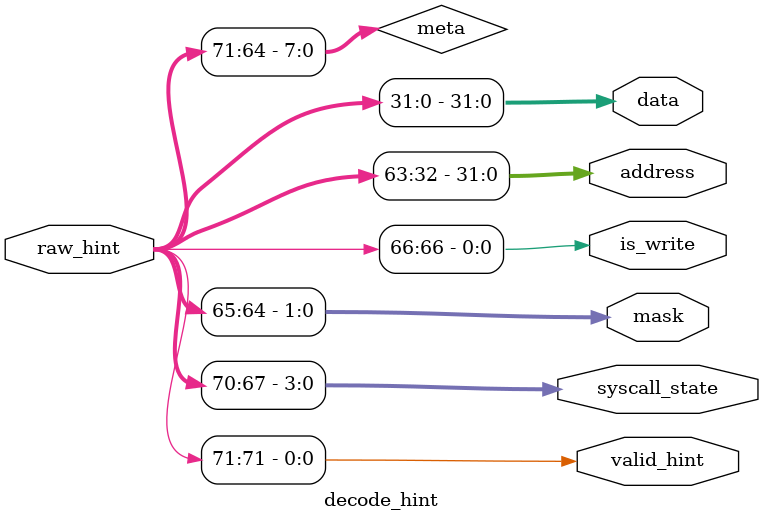
<source format=v>
module decode_hint(
  input [71:0] raw_hint,

  output valid_hint,
  output [3:0] syscall_state,
  output [1:0] mask,
  output is_write,
  output [31:0] address,
  output [31:0] data
);

`include "funcs.v"

wire [7:0] meta = raw_hint[71:64];

assign mask = meta[1:0];
assign is_write = meta[2];
assign syscall_state = meta[6:3];
assign valid_hint = meta[7];

assign address = raw_hint[63:32];
assign data = raw_hint[31:0];

endmodule

</source>
